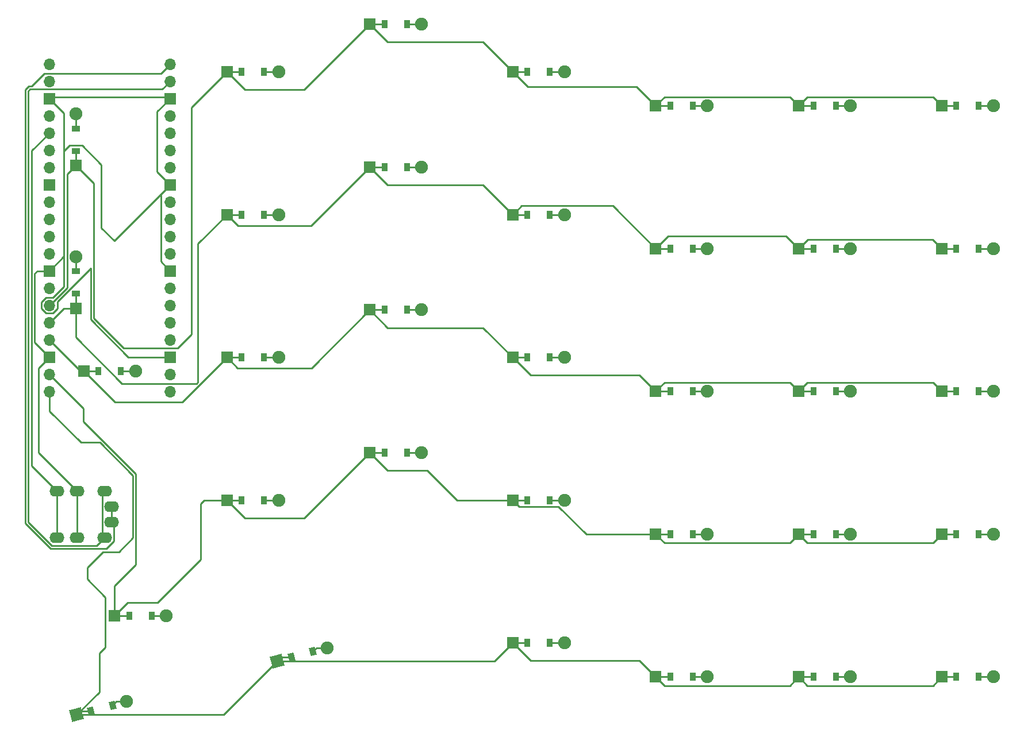
<source format=gbr>
%TF.GenerationSoftware,KiCad,Pcbnew,9.0.3-1.fc42*%
%TF.CreationDate,2025-08-09T15:11:44+02:00*%
%TF.ProjectId,right_traced,72696768-745f-4747-9261-6365642e6b69,v1.0.0*%
%TF.SameCoordinates,Original*%
%TF.FileFunction,Copper,L1,Top*%
%TF.FilePolarity,Positive*%
%FSLAX46Y46*%
G04 Gerber Fmt 4.6, Leading zero omitted, Abs format (unit mm)*
G04 Created by KiCad (PCBNEW 9.0.3-1.fc42) date 2025-08-09 15:11:44*
%MOMM*%
%LPD*%
G01*
G04 APERTURE LIST*
G04 Aperture macros list*
%AMRotRect*
0 Rectangle, with rotation*
0 The origin of the aperture is its center*
0 $1 length*
0 $2 width*
0 $3 Rotation angle, in degrees counterclockwise*
0 Add horizontal line*
21,1,$1,$2,0,0,$3*%
G04 Aperture macros list end*
%TA.AperFunction,ComponentPad*%
%ADD10R,1.778000X1.778000*%
%TD*%
%TA.AperFunction,SMDPad,CuDef*%
%ADD11R,0.900000X1.200000*%
%TD*%
%TA.AperFunction,ComponentPad*%
%ADD12C,1.905000*%
%TD*%
%TA.AperFunction,ComponentPad*%
%ADD13RotRect,1.778000X1.778000X15.000000*%
%TD*%
%TA.AperFunction,SMDPad,CuDef*%
%ADD14RotRect,0.900000X1.200000X15.000000*%
%TD*%
%TA.AperFunction,ComponentPad*%
%ADD15O,2.200000X1.600000*%
%TD*%
%TA.AperFunction,SMDPad,CuDef*%
%ADD16R,1.200000X0.900000*%
%TD*%
%TA.AperFunction,ComponentPad*%
%ADD17O,1.700000X1.700000*%
%TD*%
%TA.AperFunction,ComponentPad*%
%ADD18R,1.700000X1.700000*%
%TD*%
%TA.AperFunction,Conductor*%
%ADD19C,0.250000*%
%TD*%
G04 APERTURE END LIST*
D10*
%TO.P,D26,1*%
%TO.N,GP18*%
X372490000Y-152900000D03*
D11*
X374650000Y-152900000D03*
%TO.P,D26,2*%
%TO.N,right2_home*%
X377950000Y-152900000D03*
D12*
X380110000Y-152900000D03*
%TD*%
D10*
%TO.P,D27,1*%
%TO.N,GP19*%
X372490000Y-131850000D03*
D11*
X374650000Y-131850000D03*
%TO.P,D27,2*%
%TO.N,right2_top*%
X377950000Y-131850000D03*
D12*
X380110000Y-131850000D03*
%TD*%
D13*
%TO.P,D29,1*%
%TO.N,GP16*%
X245120728Y-200586473D03*
D14*
X247207127Y-200027421D03*
%TO.P,D29,2*%
%TO.N,back_space_default*%
X250394683Y-199173321D03*
D12*
X252481082Y-198614269D03*
%TD*%
D10*
%TO.P,D23,1*%
%TO.N,GP20*%
X351440000Y-110800000D03*
D11*
X353600000Y-110800000D03*
%TO.P,D23,2*%
%TO.N,right_num*%
X356900000Y-110800000D03*
D12*
X359060000Y-110800000D03*
%TD*%
D10*
%TO.P,D4,1*%
%TO.N,GP20*%
X267240000Y-105800000D03*
D11*
X269400000Y-105800000D03*
%TO.P,D4,2*%
%TO.N,index_num*%
X272700000Y-105800000D03*
D12*
X274860000Y-105800000D03*
%TD*%
D10*
%TO.P,D1,1*%
%TO.N,GP17*%
X267240000Y-168950000D03*
D11*
X269400000Y-168950000D03*
%TO.P,D1,2*%
%TO.N,index_bottom*%
X272700000Y-168950000D03*
D12*
X274860000Y-168950000D03*
%TD*%
D10*
%TO.P,D19,1*%
%TO.N,GP16*%
X351440000Y-195000000D03*
D11*
X353600000Y-195000000D03*
%TO.P,D19,2*%
%TO.N,right_thumb*%
X356900000Y-195000000D03*
D12*
X359060000Y-195000000D03*
%TD*%
D15*
%TO.P,TRRS1,1*%
%TO.N,GP0*%
X250300000Y-172200000D03*
X250300000Y-169900000D03*
%TO.P,TRRS1,2*%
%TO.N,GP1*%
X249200000Y-174500000D03*
X249200000Y-167600000D03*
%TO.P,TRRS1,3*%
%TO.N,GND*%
X245200000Y-174500000D03*
X245200000Y-167600000D03*
%TO.P,TRRS1,4*%
%TO.N,3V3*%
X242200000Y-174500000D03*
X242200000Y-167600000D03*
%TD*%
D10*
%TO.P,D11,1*%
%TO.N,GP18*%
X309340000Y-147900000D03*
D11*
X311500000Y-147900000D03*
%TO.P,D11,2*%
%TO.N,ring_home*%
X314800000Y-147900000D03*
D12*
X316960000Y-147900000D03*
%TD*%
D10*
%TO.P,D32,1*%
%TO.N,GP20*%
X245000000Y-119610000D03*
D16*
X245000000Y-117450000D03*
%TO.P,D32,2*%
%TO.N,inner_num*%
X245000000Y-114150000D03*
D12*
X245000000Y-111990000D03*
%TD*%
D10*
%TO.P,D5,1*%
%TO.N,GP17*%
X288290000Y-161950000D03*
D11*
X290450000Y-161950000D03*
%TO.P,D5,2*%
%TO.N,middle_bottom*%
X293750000Y-161950000D03*
D12*
X295910000Y-161950000D03*
%TD*%
D10*
%TO.P,D8,1*%
%TO.N,GP20*%
X288290000Y-98800000D03*
D11*
X290450000Y-98800000D03*
%TO.P,D8,2*%
%TO.N,middle_num*%
X293750000Y-98800000D03*
D12*
X295910000Y-98800000D03*
%TD*%
D10*
%TO.P,D28,1*%
%TO.N,GP20*%
X372490000Y-110800000D03*
D11*
X374650000Y-110800000D03*
%TO.P,D28,2*%
%TO.N,right2_num*%
X377950000Y-110800000D03*
D12*
X380110000Y-110800000D03*
%TD*%
D10*
%TO.P,D13,1*%
%TO.N,GP20*%
X309340000Y-105800000D03*
D11*
X311500000Y-105800000D03*
%TO.P,D13,2*%
%TO.N,ring_num*%
X314800000Y-105800000D03*
D12*
X316960000Y-105800000D03*
%TD*%
D10*
%TO.P,D3,1*%
%TO.N,GP19*%
X267240000Y-126850000D03*
D11*
X269400000Y-126850000D03*
%TO.P,D3,2*%
%TO.N,index_top*%
X272700000Y-126850000D03*
D12*
X274860000Y-126850000D03*
%TD*%
D10*
%TO.P,D18,1*%
%TO.N,GP20*%
X330390000Y-110800000D03*
D11*
X332550000Y-110800000D03*
%TO.P,D18,2*%
%TO.N,pinky_num*%
X335850000Y-110800000D03*
D12*
X338010000Y-110800000D03*
%TD*%
D10*
%TO.P,D7,1*%
%TO.N,GP19*%
X288290000Y-119850000D03*
D11*
X290450000Y-119850000D03*
%TO.P,D7,2*%
%TO.N,middle_top*%
X293750000Y-119850000D03*
D12*
X295910000Y-119850000D03*
%TD*%
D10*
%TO.P,D21,1*%
%TO.N,GP18*%
X351440000Y-152900000D03*
D11*
X353600000Y-152900000D03*
%TO.P,D21,2*%
%TO.N,right_home*%
X356900000Y-152900000D03*
D12*
X359060000Y-152900000D03*
%TD*%
D10*
%TO.P,D9,1*%
%TO.N,GP16*%
X309340000Y-190000000D03*
D11*
X311500000Y-190000000D03*
%TO.P,D9,2*%
%TO.N,ring_thumb*%
X314800000Y-190000000D03*
D12*
X316960000Y-190000000D03*
%TD*%
D10*
%TO.P,D16,1*%
%TO.N,GP18*%
X330390000Y-152900000D03*
D11*
X332550000Y-152900000D03*
%TO.P,D16,2*%
%TO.N,pinky_home*%
X335850000Y-152900000D03*
D12*
X338010000Y-152900000D03*
%TD*%
D17*
%TO.P,_1,1*%
%TO.N,GP0*%
X258890000Y-104670000D03*
%TO.P,_1,2*%
%TO.N,GP1*%
X258890000Y-107210000D03*
D18*
%TO.P,_1,3*%
%TO.N,GND*%
X258890000Y-109750000D03*
D17*
%TO.P,_1,4*%
%TO.N,GP2*%
X258890000Y-112290000D03*
%TO.P,_1,5*%
%TO.N,GP3*%
X258890000Y-114830000D03*
%TO.P,_1,6*%
%TO.N,GP4*%
X258890000Y-117370000D03*
%TO.P,_1,7*%
%TO.N,GP5*%
X258890000Y-119910000D03*
D18*
%TO.P,_1,8*%
%TO.N,GND*%
X258890000Y-122450000D03*
D17*
%TO.P,_1,9*%
%TO.N,GP6*%
X258890000Y-124990000D03*
%TO.P,_1,10*%
%TO.N,GP7*%
X258890000Y-127530000D03*
%TO.P,_1,11*%
%TO.N,GP8*%
X258890000Y-130070000D03*
%TO.P,_1,12*%
%TO.N,GP9*%
X258890000Y-132610000D03*
D18*
%TO.P,_1,13*%
%TO.N,GND*%
X258890000Y-135150000D03*
D17*
%TO.P,_1,14*%
%TO.N,GP10*%
X258890000Y-137690000D03*
%TO.P,_1,15*%
%TO.N,GP11*%
X258890000Y-140230000D03*
%TO.P,_1,16*%
%TO.N,GP12*%
X258890000Y-142770000D03*
%TO.P,_1,17*%
%TO.N,GP13*%
X258890000Y-145310000D03*
D18*
%TO.P,_1,18*%
%TO.N,GND*%
X258890000Y-147850000D03*
D17*
%TO.P,_1,19*%
%TO.N,GP14*%
X258890000Y-150390000D03*
%TO.P,_1,20*%
%TO.N,GP15*%
X258890000Y-152930000D03*
%TO.P,_1,21*%
%TO.N,GP16*%
X241110000Y-152930000D03*
%TO.P,_1,22*%
%TO.N,GP17*%
X241110000Y-150390000D03*
D18*
%TO.P,_1,23*%
%TO.N,GND*%
X241110000Y-147850000D03*
D17*
%TO.P,_1,24*%
%TO.N,GP18*%
X241110000Y-145310000D03*
%TO.P,_1,25*%
%TO.N,GP19*%
X241110000Y-142770000D03*
%TO.P,_1,26*%
%TO.N,GP20*%
X241110000Y-140230000D03*
%TO.P,_1,27*%
%TO.N,GP21*%
X241110000Y-137690000D03*
D18*
%TO.P,_1,28*%
%TO.N,GND*%
X241110000Y-135150000D03*
D17*
%TO.P,_1,29*%
%TO.N,GP22*%
X241110000Y-132610000D03*
%TO.P,_1,30*%
%TO.N,RUN*%
X241110000Y-130070000D03*
%TO.P,_1,31*%
%TO.N,GP26*%
X241110000Y-127530000D03*
%TO.P,_1,32*%
%TO.N,GP27*%
X241110000Y-124990000D03*
D18*
%TO.P,_1,33*%
%TO.N,AGND*%
X241110000Y-122450000D03*
D17*
%TO.P,_1,34*%
%TO.N,GP28*%
X241110000Y-119910000D03*
%TO.P,_1,35*%
%TO.N,ADC_VREF*%
X241110000Y-117370000D03*
%TO.P,_1,36*%
%TO.N,3V3*%
X241110000Y-114830000D03*
%TO.P,_1,37*%
%TO.N,3V3_EN*%
X241110000Y-112290000D03*
D18*
%TO.P,_1,38*%
%TO.N,GND*%
X241110000Y-109750000D03*
D17*
%TO.P,_1,39*%
%TO.N,VSYS*%
X241110000Y-107210000D03*
%TO.P,_1,40*%
%TO.N,VBUS*%
X241110000Y-104670000D03*
%TD*%
D10*
%TO.P,D25,1*%
%TO.N,GP17*%
X372490000Y-173950000D03*
D11*
X374650000Y-173950000D03*
%TO.P,D25,2*%
%TO.N,right2_bottom*%
X377950000Y-173950000D03*
D12*
X380110000Y-173950000D03*
%TD*%
D10*
%TO.P,D31,1*%
%TO.N,GP19*%
X245000000Y-140660000D03*
D16*
X245000000Y-138500000D03*
%TO.P,D31,2*%
%TO.N,inner_top*%
X245000000Y-135200000D03*
D12*
X245000000Y-133040000D03*
%TD*%
D10*
%TO.P,D15,1*%
%TO.N,GP17*%
X330390000Y-173950000D03*
D11*
X332550000Y-173950000D03*
%TO.P,D15,2*%
%TO.N,pinky_bottom*%
X335850000Y-173950000D03*
D12*
X338010000Y-173950000D03*
%TD*%
D10*
%TO.P,D10,1*%
%TO.N,GP17*%
X309340000Y-168950000D03*
D11*
X311500000Y-168950000D03*
%TO.P,D10,2*%
%TO.N,ring_bottom*%
X314800000Y-168950000D03*
D12*
X316960000Y-168950000D03*
%TD*%
D10*
%TO.P,D12,1*%
%TO.N,GP19*%
X309340000Y-126850000D03*
D11*
X311500000Y-126850000D03*
%TO.P,D12,2*%
%TO.N,ring_top*%
X314800000Y-126850000D03*
D12*
X316960000Y-126850000D03*
%TD*%
D10*
%TO.P,D33,1*%
%TO.N,GP18*%
X246190000Y-149900000D03*
D11*
X248350000Y-149900000D03*
%TO.P,D33,2*%
%TO.N,inner_home*%
X251650000Y-149900000D03*
D12*
X253810000Y-149900000D03*
%TD*%
D10*
%TO.P,D34,1*%
%TO.N,GP17*%
X250690000Y-185950000D03*
D11*
X252850000Y-185950000D03*
%TO.P,D34,2*%
%TO.N,inner_bottom*%
X256150000Y-185950000D03*
D12*
X258310000Y-185950000D03*
%TD*%
D10*
%TO.P,D6,1*%
%TO.N,GP18*%
X288290000Y-140900000D03*
D11*
X290450000Y-140900000D03*
%TO.P,D6,2*%
%TO.N,middle_home*%
X293750000Y-140900000D03*
D12*
X295910000Y-140900000D03*
%TD*%
D13*
%TO.P,D30,1*%
%TO.N,GP16*%
X274653910Y-192673081D03*
D14*
X276740309Y-192114029D03*
%TO.P,D30,2*%
%TO.N,enter_default*%
X279927865Y-191259929D03*
D12*
X282014264Y-190700877D03*
%TD*%
D10*
%TO.P,D14,1*%
%TO.N,GP16*%
X330390000Y-195000000D03*
D11*
X332550000Y-195000000D03*
%TO.P,D14,2*%
%TO.N,pinky_thumb*%
X335850000Y-195000000D03*
D12*
X338010000Y-195000000D03*
%TD*%
D10*
%TO.P,D2,1*%
%TO.N,GP18*%
X267240000Y-147900000D03*
D11*
X269400000Y-147900000D03*
%TO.P,D2,2*%
%TO.N,index_home*%
X272700000Y-147900000D03*
D12*
X274860000Y-147900000D03*
%TD*%
D10*
%TO.P,D22,1*%
%TO.N,GP19*%
X351440000Y-131850000D03*
D11*
X353600000Y-131850000D03*
%TO.P,D22,2*%
%TO.N,right_top*%
X356900000Y-131850000D03*
D12*
X359060000Y-131850000D03*
%TD*%
D10*
%TO.P,D20,1*%
%TO.N,GP17*%
X351440000Y-173950000D03*
D11*
X353600000Y-173950000D03*
%TO.P,D20,2*%
%TO.N,right_bottom*%
X356900000Y-173950000D03*
D12*
X359060000Y-173950000D03*
%TD*%
D10*
%TO.P,D24,1*%
%TO.N,GP16*%
X372490000Y-195000000D03*
D11*
X374650000Y-195000000D03*
%TO.P,D24,2*%
%TO.N,right2_thumb*%
X377950000Y-195000000D03*
D12*
X380110000Y-195000000D03*
%TD*%
D10*
%TO.P,D17,1*%
%TO.N,GP19*%
X330390000Y-131850000D03*
D11*
X332550000Y-131850000D03*
%TO.P,D17,2*%
%TO.N,pinky_top*%
X335850000Y-131850000D03*
D12*
X338010000Y-131850000D03*
%TD*%
D19*
%TO.N,inner_bottom*%
X258310000Y-185950000D02*
X256150000Y-185950000D01*
%TO.N,inner_home*%
X253810000Y-149900000D02*
X251650000Y-149900000D01*
%TO.N,index_bottom*%
X274860000Y-168950000D02*
X272700000Y-168950000D01*
%TO.N,index_home*%
X274860000Y-147900000D02*
X272700000Y-147900000D01*
%TO.N,index_top*%
X274860000Y-126850000D02*
X272700000Y-126850000D01*
%TO.N,index_num*%
X274860000Y-105800000D02*
X272700000Y-105800000D01*
%TO.N,middle_bottom*%
X295910000Y-161950000D02*
X293750000Y-161950000D01*
%TO.N,middle_home*%
X295910000Y-140900000D02*
X293750000Y-140900000D01*
%TO.N,middle_top*%
X295910000Y-119850000D02*
X293750000Y-119850000D01*
%TO.N,middle_num*%
X295910000Y-98800000D02*
X293750000Y-98800000D01*
%TO.N,ring_thumb*%
X316960000Y-190000000D02*
X314800000Y-190000000D01*
%TO.N,ring_bottom*%
X316960000Y-168950000D02*
X314800000Y-168950000D01*
%TO.N,ring_home*%
X316960000Y-147900000D02*
X314800000Y-147900000D01*
%TO.N,ring_top*%
X316960000Y-126850000D02*
X314800000Y-126850000D01*
%TO.N,ring_num*%
X316960000Y-105800000D02*
X314800000Y-105800000D01*
%TO.N,pinky_thumb*%
X338010000Y-195000000D02*
X335850000Y-195000000D01*
%TO.N,pinky_bottom*%
X338010000Y-173950000D02*
X335850000Y-173950000D01*
%TO.N,pinky_home*%
X338010000Y-152900000D02*
X335850000Y-152900000D01*
%TO.N,pinky_top*%
X338010000Y-131850000D02*
X335850000Y-131850000D01*
%TO.N,pinky_num*%
X338010000Y-110800000D02*
X335850000Y-110800000D01*
%TO.N,right_thumb*%
X359060000Y-195000000D02*
X356900000Y-195000000D01*
%TO.N,right_bottom*%
X359060000Y-173950000D02*
X356900000Y-173950000D01*
%TO.N,right_home*%
X359060000Y-152900000D02*
X356900000Y-152900000D01*
%TO.N,right_top*%
X359060000Y-131850000D02*
X356900000Y-131850000D01*
%TO.N,right_num*%
X359060000Y-110800000D02*
X356900000Y-110800000D01*
%TO.N,right2_thumb*%
X380110000Y-195000000D02*
X377950000Y-195000000D01*
%TO.N,right2_bottom*%
X380110000Y-173950000D02*
X377950000Y-173950000D01*
%TO.N,right2_home*%
X380110000Y-152900000D02*
X377950000Y-152900000D01*
%TO.N,right2_top*%
X380110000Y-131850000D02*
X377950000Y-131850000D01*
%TO.N,right2_num*%
X380110000Y-110800000D02*
X377950000Y-110800000D01*
%TO.N,back_space_default*%
X250953733Y-198614270D02*
X250394683Y-199173320D01*
X252481082Y-198614270D02*
X250953733Y-198614270D01*
%TO.N,enter_default*%
X282014264Y-190700878D02*
X280486915Y-190700878D01*
X280486915Y-190700878D02*
X279927865Y-191259928D01*
%TO.N,inner_top*%
X245000000Y-133040000D02*
X245000000Y-135200000D01*
%TO.N,inner_num*%
X245000000Y-111990000D02*
X245000000Y-114150000D01*
%TO.N,GP17*%
X350161500Y-175228500D02*
X331668500Y-175228500D01*
X250690000Y-181611545D02*
X253853100Y-178448445D01*
X372490000Y-173950000D02*
X371211500Y-175228500D01*
X353600000Y-173950000D02*
X351440000Y-173950000D01*
X351440000Y-173950000D02*
X350161500Y-175228500D01*
X296731927Y-164580000D02*
X290920000Y-164580000D01*
X352718500Y-175228500D02*
X351440000Y-173950000D01*
X253853100Y-165104645D02*
X246146900Y-157398445D01*
X278659900Y-171580100D02*
X269870100Y-171580100D01*
X374650000Y-173950000D02*
X372490000Y-173950000D01*
X263894901Y-168950000D02*
X267240000Y-168950000D01*
X310266000Y-169876000D02*
X309340000Y-168950000D01*
X320151927Y-173950000D02*
X316077927Y-169876000D01*
X250690000Y-185950000D02*
X252640000Y-184000000D01*
X290450000Y-161950000D02*
X288290000Y-161950000D01*
X246146900Y-155426900D02*
X241110000Y-150390000D01*
X332550000Y-173950000D02*
X330390000Y-173950000D01*
X330390000Y-173950000D02*
X320151927Y-173950000D01*
X331668500Y-175228500D02*
X330390000Y-173950000D01*
X250690000Y-185950000D02*
X250690000Y-181611545D01*
X269870100Y-171580100D02*
X267240000Y-168950000D01*
X301101927Y-168950000D02*
X296731927Y-164580000D01*
X246146900Y-157398445D02*
X246146900Y-155426900D01*
X263344901Y-177655099D02*
X263344901Y-169500000D01*
X269400000Y-168950000D02*
X267240000Y-168950000D01*
X257000000Y-184000000D02*
X263344901Y-177655099D01*
X263344901Y-169500000D02*
X263894901Y-168950000D01*
X290920100Y-164580100D02*
X290920000Y-164580000D01*
X288290000Y-161950000D02*
X278659900Y-171580100D01*
X309340000Y-168950000D02*
X301101927Y-168950000D01*
X252850000Y-185950000D02*
X250690000Y-185950000D01*
X290920000Y-164580000D02*
X288290000Y-161950000D01*
X311500000Y-168950000D02*
X309340000Y-168950000D01*
X371211500Y-175228500D02*
X352718500Y-175228500D01*
X316077927Y-169876000D02*
X310266000Y-169876000D01*
X253853100Y-178448445D02*
X253853100Y-165104645D01*
X252640000Y-184000000D02*
X257000000Y-184000000D01*
%TO.N,GP18*%
X309340000Y-147900000D02*
X304970100Y-143530100D01*
X260640000Y-154500000D02*
X250790000Y-154500000D01*
X279690000Y-149500000D02*
X268840000Y-149500000D01*
X311500000Y-147900000D02*
X309340000Y-147900000D01*
X245700000Y-149900000D02*
X241110000Y-145310000D01*
X268840000Y-149500000D02*
X267240000Y-147900000D01*
X311970100Y-150530100D02*
X309340000Y-147900000D01*
X371211500Y-151621500D02*
X352718500Y-151621500D01*
X374650000Y-152900000D02*
X372490000Y-152900000D01*
X290450000Y-140900000D02*
X288290000Y-140900000D01*
X267240000Y-147900000D02*
X260640000Y-154500000D01*
X328020100Y-150530100D02*
X311970100Y-150530100D01*
X353600000Y-152900000D02*
X351440000Y-152900000D01*
X372490000Y-152900000D02*
X371211500Y-151621500D01*
X248350000Y-149900000D02*
X246190000Y-149900000D01*
X290920100Y-143530100D02*
X288290000Y-140900000D01*
X304970100Y-143530100D02*
X290920100Y-143530100D01*
X250790000Y-154500000D02*
X246190000Y-149900000D01*
X269400000Y-147900000D02*
X267240000Y-147900000D01*
X246190000Y-149900000D02*
X245700000Y-149900000D01*
X288290000Y-140900000D02*
X279690000Y-149500000D01*
X350161500Y-151621500D02*
X331668500Y-151621500D01*
X352718500Y-151621500D02*
X351440000Y-152900000D01*
X330390000Y-152900000D02*
X328020100Y-150530100D01*
X351440000Y-152900000D02*
X350161500Y-151621500D01*
X332550000Y-152900000D02*
X330390000Y-152900000D01*
X331668500Y-151621500D02*
X330390000Y-152900000D01*
%TO.N,GP19*%
X268890000Y-128500000D02*
X267240000Y-126850000D01*
X371140000Y-130500000D02*
X352790000Y-130500000D01*
X324111500Y-125571500D02*
X310618500Y-125571500D01*
X245000000Y-144952000D02*
X245000000Y-140660000D01*
X267240000Y-126850000D02*
X263000000Y-131090000D01*
X311500000Y-126850000D02*
X309340000Y-126850000D01*
X310618500Y-125571500D02*
X309340000Y-126850000D01*
X263000000Y-131090000D02*
X263000000Y-151502190D01*
X372490000Y-131850000D02*
X371140000Y-130500000D01*
X330390000Y-131850000D02*
X324111500Y-125571500D01*
X279640000Y-128500000D02*
X268890000Y-128500000D01*
X352790000Y-130500000D02*
X351440000Y-131850000D01*
X243220000Y-140660000D02*
X241110000Y-142770000D01*
X269400000Y-126850000D02*
X267240000Y-126850000D01*
X290920100Y-122480100D02*
X288290000Y-119850000D01*
X262751095Y-151751095D02*
X251799095Y-151751095D01*
X251799095Y-151751095D02*
X245000000Y-144952000D01*
X374650000Y-131850000D02*
X372490000Y-131850000D01*
X288290000Y-119850000D02*
X279640000Y-128500000D01*
X332240000Y-130000000D02*
X330390000Y-131850000D01*
X290450000Y-119850000D02*
X288290000Y-119850000D01*
X263000000Y-151502190D02*
X262751095Y-151751095D01*
X332550000Y-131850000D02*
X330390000Y-131850000D01*
X309340000Y-126850000D02*
X304970100Y-122480100D01*
X351440000Y-131850000D02*
X349590000Y-130000000D01*
X245000000Y-138500000D02*
X245000000Y-140660000D01*
X353600000Y-131850000D02*
X351440000Y-131850000D01*
X245000000Y-140660000D02*
X243220000Y-140660000D01*
X349590000Y-130000000D02*
X332240000Y-130000000D01*
X304970100Y-122480100D02*
X290920100Y-122480100D01*
%TO.N,GP20*%
X262000000Y-144500000D02*
X260000000Y-146500000D01*
X353600000Y-110800000D02*
X351440000Y-110800000D01*
X243721500Y-120888500D02*
X243721500Y-137618500D01*
X311500000Y-105800000D02*
X309340000Y-105800000D01*
X290450000Y-98800000D02*
X288290000Y-98800000D01*
X309340000Y-105800000D02*
X304970100Y-101430100D01*
X352718500Y-109521500D02*
X351440000Y-110800000D01*
X260000000Y-146500000D02*
X252000000Y-146500000D01*
X269400000Y-105800000D02*
X267240000Y-105800000D01*
X267240000Y-105800000D02*
X262000000Y-111040000D01*
X245000000Y-117450000D02*
X245000000Y-119610000D01*
X278659900Y-108430100D02*
X269870100Y-108430100D01*
X327590000Y-108000000D02*
X311540000Y-108000000D01*
X374650000Y-110800000D02*
X372490000Y-110800000D01*
X262000000Y-111040000D02*
X262000000Y-144500000D01*
X245000000Y-119610000D02*
X243721500Y-120888500D01*
X311540000Y-108000000D02*
X309340000Y-105800000D01*
X331668500Y-109521500D02*
X330390000Y-110800000D01*
X332550000Y-110800000D02*
X330390000Y-110800000D01*
X372490000Y-110800000D02*
X371211500Y-109521500D01*
X269870100Y-108430100D02*
X267240000Y-105800000D01*
X350161500Y-109521500D02*
X331668500Y-109521500D01*
X247630100Y-122240100D02*
X245000000Y-119610000D01*
X304970100Y-101430100D02*
X290920100Y-101430100D01*
X243721500Y-137618500D02*
X241110000Y-140230000D01*
X252000000Y-146500000D02*
X247630100Y-142130100D01*
X288290000Y-98800000D02*
X278659900Y-108430100D01*
X330390000Y-110800000D02*
X327590000Y-108000000D01*
X371211500Y-109521500D02*
X352718500Y-109521500D01*
X247630100Y-142130100D02*
X247630100Y-122240100D01*
X351440000Y-110800000D02*
X350161500Y-109521500D01*
X290920100Y-101430100D02*
X288290000Y-98800000D01*
%TO.N,GP16*%
X275212960Y-192114030D02*
X274653910Y-192673080D01*
X249018355Y-176580100D02*
X246682935Y-178915520D01*
X311970100Y-192630100D02*
X309340000Y-190000000D01*
X311500000Y-190000000D02*
X309340000Y-190000000D01*
X350161500Y-196278500D02*
X331668500Y-196278500D01*
X245729579Y-160444678D02*
X248555323Y-160444678D01*
X249336000Y-190664000D02*
X248500000Y-191500000D01*
X245679778Y-200027422D02*
X245120728Y-200586472D01*
X274653910Y-192673080D02*
X266740518Y-200586472D01*
X251322000Y-176580100D02*
X249018355Y-176580100D01*
X253402100Y-174500000D02*
X251322000Y-176580100D01*
X374650000Y-195000000D02*
X372490000Y-195000000D01*
X351440000Y-195000000D02*
X350161500Y-196278500D01*
X371211500Y-196278500D02*
X352718500Y-196278500D01*
X248555323Y-160444678D02*
X253402100Y-165291455D01*
X246682935Y-178915520D02*
X246682935Y-180599870D01*
X248500000Y-191500000D02*
X248500000Y-197207200D01*
X253402100Y-165291455D02*
X253402100Y-174500000D01*
X266740518Y-200586472D02*
X245120728Y-200586472D01*
X328020100Y-192630100D02*
X311970100Y-192630100D01*
X246682935Y-180599870D02*
X249336000Y-183252935D01*
X241110000Y-152930000D02*
X241110000Y-155825099D01*
X309340000Y-190000000D02*
X306666920Y-192673080D01*
X241110000Y-155825099D02*
X245729579Y-160444678D01*
X330390000Y-195000000D02*
X328020100Y-192630100D01*
X276740309Y-192114030D02*
X275212960Y-192114030D01*
X332550000Y-195000000D02*
X330390000Y-195000000D01*
X248500000Y-197207200D02*
X245120728Y-200586472D01*
X372490000Y-195000000D02*
X371211500Y-196278500D01*
X249336000Y-183252935D02*
X249336000Y-190664000D01*
X247207127Y-200027422D02*
X245679778Y-200027422D01*
X306666920Y-192673080D02*
X274653910Y-192673080D01*
X352718500Y-196278500D02*
X351440000Y-195000000D01*
X331668500Y-196278500D02*
X330390000Y-195000000D01*
X353600000Y-195000000D02*
X351440000Y-195000000D01*
%TO.N,GP0*%
X238065000Y-107935000D02*
X238457694Y-107935000D01*
X250626000Y-174966404D02*
X249515404Y-176077000D01*
X257526000Y-106034000D02*
X258890000Y-104670000D01*
X237549000Y-172379214D02*
X237549000Y-108451000D01*
X240358694Y-106034000D02*
X257526000Y-106034000D01*
X237549000Y-108451000D02*
X238065000Y-107935000D01*
X249515404Y-176077000D02*
X241246786Y-176077000D01*
X250300000Y-172200000D02*
X250300000Y-169900000D01*
X250626000Y-172526000D02*
X250626000Y-174966404D01*
X238457694Y-107935000D02*
X240358694Y-106034000D01*
X250300000Y-172200000D02*
X250626000Y-172526000D01*
X241246786Y-176077000D02*
X237549000Y-172379214D01*
%TO.N,GP1*%
X238000000Y-172192404D02*
X238000000Y-108656884D01*
X248874000Y-167926000D02*
X249200000Y-167600000D01*
X257714000Y-108386000D02*
X258890000Y-107210000D01*
X248074000Y-175626000D02*
X241433596Y-175626000D01*
X241433596Y-175626000D02*
X238000000Y-172192404D01*
X249200000Y-174500000D02*
X248874000Y-174174000D01*
X248874000Y-174174000D02*
X248874000Y-167926000D01*
X238000000Y-108656884D02*
X238270884Y-108386000D01*
X249200000Y-174500000D02*
X248074000Y-175626000D01*
X238270884Y-108386000D02*
X257714000Y-108386000D01*
%TO.N,GND*%
X238951000Y-145691000D02*
X238951000Y-135500000D01*
X252712190Y-147850000D02*
X247179100Y-142316910D01*
X240622884Y-141406000D02*
X239934000Y-140717116D01*
X239934000Y-139742884D02*
X240622884Y-139054000D01*
X243270500Y-111910500D02*
X241110000Y-109750000D01*
X257500000Y-133760000D02*
X258890000Y-135150000D01*
X257500000Y-123840000D02*
X257500000Y-133760000D01*
X239934000Y-140717116D02*
X239934000Y-139742884D01*
X242286000Y-140717116D02*
X241597116Y-141406000D01*
X239500000Y-149460000D02*
X241110000Y-147850000D01*
X241110000Y-109750000D02*
X241366900Y-109493100D01*
X258890000Y-122450000D02*
X257500000Y-123840000D01*
X245200000Y-174500000D02*
X245200000Y-167600000D01*
X244074000Y-116674000D02*
X245926000Y-116674000D01*
X241648190Y-139054000D02*
X243270500Y-137431690D01*
X243270500Y-132989500D02*
X243270500Y-111910500D01*
X239301000Y-135150000D02*
X241110000Y-135150000D01*
X247179100Y-142316910D02*
X247179100Y-134798710D01*
X258890000Y-109750000D02*
X256956000Y-111684000D01*
X256956000Y-120516000D02*
X258890000Y-122450000D01*
X245200000Y-167600000D02*
X239500000Y-161900000D01*
X241366900Y-109493100D02*
X258633100Y-109493100D01*
X238951000Y-135500000D02*
X239301000Y-135150000D01*
X242286000Y-139691810D02*
X242286000Y-140717116D01*
X248773100Y-119521100D02*
X248773100Y-128808000D01*
X258890000Y-147850000D02*
X252712190Y-147850000D01*
X243270500Y-117477500D02*
X244074000Y-116674000D01*
X239500000Y-161900000D02*
X239500000Y-149460000D01*
X241110000Y-147850000D02*
X238951000Y-145691000D01*
X245926000Y-116674000D02*
X248773100Y-119521100D01*
X241110000Y-135150000D02*
X243270500Y-132989500D01*
X241597116Y-141406000D02*
X240622884Y-141406000D01*
X258633100Y-109493100D02*
X258890000Y-109750000D01*
X247179100Y-134798710D02*
X242286000Y-139691810D01*
X248773100Y-128808000D02*
X250652550Y-130687450D01*
X240622884Y-139054000D02*
X241648190Y-139054000D01*
X256956000Y-111684000D02*
X256956000Y-120516000D01*
X250652550Y-130687450D02*
X258890000Y-122450000D01*
X243270500Y-137431690D02*
X243270500Y-117477500D01*
%TO.N,3V3*%
X242200000Y-167600000D02*
X238500000Y-163900000D01*
X238500000Y-163900000D02*
X238500000Y-117440000D01*
X242200000Y-174500000D02*
X242200000Y-167600000D01*
X238500000Y-117440000D02*
X241110000Y-114830000D01*
%TD*%
M02*

</source>
